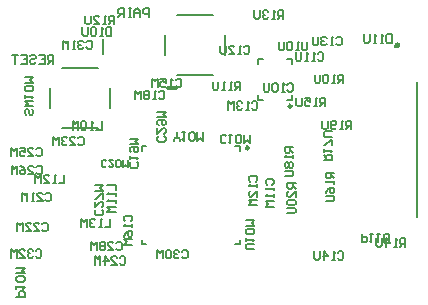
<source format=gbo>
G04 Layer_Color=32896*
%FSLAX25Y25*%
%MOIN*%
G70*
G01*
G75*
%ADD13C,0.01181*%
%ADD15C,0.00591*%
%ADD64C,0.01969*%
%ADD67C,0.00787*%
%ADD117C,0.00984*%
%ADD118C,0.00800*%
%ADD119C,0.00551*%
D13*
X113651Y60320D02*
X116309D01*
D15*
X97573Y3674D02*
X98032Y4133D01*
X98950D01*
X99410Y3674D01*
Y1837D01*
X98950Y1378D01*
X98032D01*
X97573Y1837D01*
X94818Y1378D02*
X96654D01*
X94818Y3215D01*
Y3674D01*
X95277Y4133D01*
X96195D01*
X96654Y3674D01*
X92522Y1378D02*
Y4133D01*
X93899Y2756D01*
X92063D01*
X91144Y1378D02*
Y4133D01*
X90226Y3215D01*
X89308Y4133D01*
Y1378D01*
X86451Y75623D02*
X86910Y76082D01*
X87828D01*
X88287Y75623D01*
Y73786D01*
X87828Y73327D01*
X86910D01*
X86451Y73786D01*
X85532Y75623D02*
X85073Y76082D01*
X84155D01*
X83696Y75623D01*
Y75164D01*
X84155Y74704D01*
X84614D01*
X84155D01*
X83696Y74245D01*
Y73786D01*
X84155Y73327D01*
X85073D01*
X85532Y73786D01*
X82777Y73327D02*
X81859D01*
X82318D01*
Y76082D01*
X82777Y75623D01*
X80481Y73327D02*
Y76082D01*
X79563Y75164D01*
X78645Y76082D01*
Y73327D01*
X152067Y83366D02*
Y86121D01*
X150689D01*
X150230Y85662D01*
Y84744D01*
X150689Y84285D01*
X152067D01*
X151149D02*
X150230Y83366D01*
X149312D02*
X148394D01*
X148853D01*
Y86121D01*
X149312Y85662D01*
X147016D02*
X146557Y86121D01*
X145639D01*
X145179Y85662D01*
Y85203D01*
X145639Y84744D01*
X146098D01*
X145639D01*
X145179Y84285D01*
Y83825D01*
X145639Y83366D01*
X146557D01*
X147016Y83825D01*
X144261Y86121D02*
Y83825D01*
X143802Y83366D01*
X142884D01*
X142424Y83825D01*
Y86121D01*
X95743Y81574D02*
Y84329D01*
X94366D01*
X93906Y83869D01*
Y82951D01*
X94366Y82492D01*
X95743D01*
X94825D02*
X93906Y81574D01*
X92988D02*
X92070D01*
X92529D01*
Y84329D01*
X92988Y83869D01*
X88856Y81574D02*
X90692D01*
X88856Y83410D01*
Y83869D01*
X89315Y84329D01*
X90233D01*
X90692Y83869D01*
X87937Y84329D02*
Y82033D01*
X87478Y81574D01*
X86560D01*
X86101Y82033D01*
Y84329D01*
X94784Y80511D02*
Y77756D01*
X93406D01*
X92947Y78215D01*
Y80052D01*
X93406Y80511D01*
X94784D01*
X92028Y77756D02*
X91110D01*
X91569D01*
Y80511D01*
X92028Y80052D01*
X89733D02*
X89273Y80511D01*
X88355D01*
X87896Y80052D01*
Y78215D01*
X88355Y77756D01*
X89273D01*
X89733Y78215D01*
Y80052D01*
X86978Y80511D02*
Y78215D01*
X86518Y77756D01*
X85600D01*
X85141Y78215D01*
Y80511D01*
X170211Y5347D02*
X170670Y5806D01*
X171588D01*
X172047Y5347D01*
Y3510D01*
X171588Y3051D01*
X170670D01*
X170211Y3510D01*
X169292Y3051D02*
X168374D01*
X168833D01*
Y5806D01*
X169292Y5347D01*
X165619Y3051D02*
Y5806D01*
X166996Y4429D01*
X165160D01*
X164241Y5806D02*
Y3510D01*
X163782Y3051D01*
X162864D01*
X162405Y3510D01*
Y5806D01*
X169718Y76902D02*
X170178Y77361D01*
X171096D01*
X171555Y76902D01*
Y75065D01*
X171096Y74606D01*
X170178D01*
X169718Y75065D01*
X168800Y74606D02*
X167882D01*
X168341D01*
Y77361D01*
X168800Y76902D01*
X166504D02*
X166045Y77361D01*
X165127D01*
X164668Y76902D01*
Y76443D01*
X165127Y75984D01*
X165586D01*
X165127D01*
X164668Y75525D01*
Y75065D01*
X165127Y74606D01*
X166045D01*
X166504Y75065D01*
X163749Y77361D02*
Y75065D01*
X163290Y74606D01*
X162372D01*
X161913Y75065D01*
Y77361D01*
X138911Y73949D02*
X139371Y74409D01*
X140289D01*
X140748Y73949D01*
Y72113D01*
X140289Y71653D01*
X139371D01*
X138911Y72113D01*
X137993Y71653D02*
X137075D01*
X137534D01*
Y74409D01*
X137993Y73949D01*
X133861Y71653D02*
X135697D01*
X133861Y73490D01*
Y73949D01*
X134320Y74409D01*
X135238D01*
X135697Y73949D01*
X132942Y74409D02*
Y72113D01*
X132483Y71653D01*
X131565D01*
X131105Y72113D01*
Y74409D01*
X163616Y71686D02*
X164075Y72145D01*
X164994D01*
X165453Y71686D01*
Y69849D01*
X164994Y69390D01*
X164075D01*
X163616Y69849D01*
X162698Y69390D02*
X161779D01*
X162239D01*
Y72145D01*
X162698Y71686D01*
X160402Y69390D02*
X159484D01*
X159943D01*
Y72145D01*
X160402Y71686D01*
X158106Y72145D02*
Y69849D01*
X157647Y69390D01*
X156728D01*
X156269Y69849D01*
Y72145D01*
X153440Y61355D02*
X153900Y61814D01*
X154818D01*
X155277Y61355D01*
Y59518D01*
X154818Y59059D01*
X153900D01*
X153440Y59518D01*
X152522Y59059D02*
X151604D01*
X152063D01*
Y61814D01*
X152522Y61355D01*
X150226D02*
X149767Y61814D01*
X148849D01*
X148389Y61355D01*
Y59518D01*
X148849Y59059D01*
X149767D01*
X150226Y59518D01*
Y61355D01*
X147471Y61814D02*
Y59518D01*
X147012Y59059D01*
X146094D01*
X145634Y59518D01*
Y61814D01*
X156201Y28543D02*
X153446D01*
Y27166D01*
X153905Y26707D01*
X154823D01*
X155282Y27166D01*
Y28543D01*
Y27625D02*
X156201Y26707D01*
Y23952D02*
Y25788D01*
X154364Y23952D01*
X153905D01*
X153446Y24411D01*
Y25329D01*
X153905Y25788D01*
Y23033D02*
X153446Y22574D01*
Y21656D01*
X153905Y21197D01*
X155742D01*
X156201Y21656D01*
Y22574D01*
X155742Y23033D01*
X153905D01*
X153446Y20278D02*
X155742D01*
X156201Y19819D01*
Y18901D01*
X155742Y18442D01*
X153446D01*
X174758Y46543D02*
Y49298D01*
X173381D01*
X172922Y48839D01*
Y47921D01*
X173381Y47462D01*
X174758D01*
X173840D02*
X172922Y46543D01*
X172003D02*
X171085D01*
X171544D01*
Y49298D01*
X172003Y48839D01*
X169708Y47002D02*
X169248Y46543D01*
X168330D01*
X167871Y47002D01*
Y48839D01*
X168330Y49298D01*
X169248D01*
X169708Y48839D01*
Y48380D01*
X169248Y47921D01*
X167871D01*
X166953Y49298D02*
Y47002D01*
X166493Y46543D01*
X165575D01*
X165116Y47002D01*
Y49298D01*
X155315Y40551D02*
X152560D01*
Y39174D01*
X153019Y38715D01*
X153937D01*
X154397Y39174D01*
Y40551D01*
Y39633D02*
X155315Y38715D01*
Y37796D02*
Y36878D01*
Y37337D01*
X152560D01*
X153019Y37796D01*
Y35500D02*
X152560Y35041D01*
Y34123D01*
X153019Y33664D01*
X153478D01*
X153937Y34123D01*
X154397Y33664D01*
X154856D01*
X155315Y34123D01*
Y35041D01*
X154856Y35500D01*
X154397D01*
X153937Y35041D01*
X153478Y35500D01*
X153019D01*
X153937Y35041D02*
Y34123D01*
X152560Y32745D02*
X154856D01*
X155315Y32286D01*
Y31368D01*
X154856Y30909D01*
X152560D01*
X165551Y36122D02*
X168306D01*
Y37500D01*
X167847Y37959D01*
X166929D01*
X166470Y37500D01*
Y36122D01*
Y37040D02*
X165551Y37959D01*
Y38877D02*
Y39795D01*
Y39336D01*
X168306D01*
X167847Y38877D01*
X168306Y41173D02*
Y43010D01*
X167847D01*
X166010Y41173D01*
X165551D01*
X168306Y43928D02*
X166010D01*
X165551Y44387D01*
Y45305D01*
X166010Y45765D01*
X168306D01*
X168996Y32087D02*
X166241D01*
Y30709D01*
X166700Y30250D01*
X167619D01*
X168078Y30709D01*
Y32087D01*
Y31168D02*
X168996Y30250D01*
Y29332D02*
Y28413D01*
Y28872D01*
X166241D01*
X166700Y29332D01*
X166241Y25199D02*
X166700Y26117D01*
X167619Y27036D01*
X168537D01*
X168996Y26577D01*
Y25658D01*
X168537Y25199D01*
X168078D01*
X167619Y25658D01*
Y27036D01*
X166241Y24281D02*
X168537D01*
X168996Y23821D01*
Y22903D01*
X168537Y22444D01*
X166241D01*
X166093Y54282D02*
Y57037D01*
X164715D01*
X164256Y56577D01*
Y55659D01*
X164715Y55200D01*
X166093D01*
X165174D02*
X164256Y54282D01*
X163338D02*
X162419D01*
X162878D01*
Y57037D01*
X163338Y56577D01*
X159205Y57037D02*
X161042D01*
Y55659D01*
X160123Y56118D01*
X159664D01*
X159205Y55659D01*
Y54741D01*
X159664Y54282D01*
X160582D01*
X161042Y54741D01*
X158287Y57037D02*
Y54741D01*
X157827Y54282D01*
X156909D01*
X156450Y54741D01*
Y57037D01*
X192717Y7382D02*
Y10137D01*
X191339D01*
X190880Y9678D01*
Y8759D01*
X191339Y8300D01*
X192717D01*
X191798D02*
X190880Y7382D01*
X189962D02*
X189043D01*
X189502D01*
Y10137D01*
X189962Y9678D01*
X186288Y7382D02*
Y10137D01*
X187666Y8759D01*
X185829D01*
X184911Y10137D02*
Y7841D01*
X184451Y7382D01*
X183533D01*
X183074Y7841D01*
Y10137D01*
X137795Y59646D02*
Y62401D01*
X136418D01*
X135959Y61941D01*
Y61023D01*
X136418Y60564D01*
X137795D01*
X136877D02*
X135959Y59646D01*
X135040D02*
X134122D01*
X134581D01*
Y62401D01*
X135040Y61941D01*
X132744Y59646D02*
X131826D01*
X132285D01*
Y62401D01*
X132744Y61941D01*
X130449Y62401D02*
Y60105D01*
X129989Y59646D01*
X129071D01*
X128612Y60105D01*
Y62401D01*
X172146Y62008D02*
Y64763D01*
X170768D01*
X170309Y64304D01*
Y63385D01*
X170768Y62926D01*
X172146D01*
X171227D02*
X170309Y62008D01*
X169391D02*
X168472D01*
X168931D01*
Y64763D01*
X169391Y64304D01*
X167095D02*
X166636Y64763D01*
X165717D01*
X165258Y64304D01*
Y62467D01*
X165717Y62008D01*
X166636D01*
X167095Y62467D01*
Y64304D01*
X164340Y64763D02*
Y62467D01*
X163881Y62008D01*
X162962D01*
X162503Y62467D01*
Y64763D01*
X160138Y75688D02*
Y73392D01*
X159679Y72933D01*
X158760D01*
X158301Y73392D01*
Y75688D01*
X157383Y72933D02*
X156464D01*
X156924D01*
Y75688D01*
X157383Y75229D01*
X155087D02*
X154628Y75688D01*
X153709D01*
X153250Y75229D01*
Y73392D01*
X153709Y72933D01*
X154628D01*
X155087Y73392D01*
Y75229D01*
X152332Y75688D02*
Y73392D01*
X151873Y72933D01*
X150954D01*
X150495Y73392D01*
Y75688D01*
X178248Y11614D02*
Y8859D01*
X179625D01*
X180085Y9318D01*
Y10237D01*
X179625Y10696D01*
X178248D01*
X181003Y11614D02*
X181921D01*
X181462D01*
Y8859D01*
X181003Y9318D01*
X183299Y11614D02*
X184217D01*
X183758D01*
Y8859D01*
X183299Y9318D01*
X185595Y8859D02*
Y11155D01*
X186054Y11614D01*
X186972D01*
X187431Y11155D01*
Y8859D01*
X188189Y78149D02*
Y75394D01*
X186811D01*
X186352Y75853D01*
Y77689D01*
X186811Y78149D01*
X188189D01*
X185434Y75394D02*
X184516D01*
X184975D01*
Y78149D01*
X185434Y77689D01*
X183138Y75394D02*
X182220D01*
X182679D01*
Y78149D01*
X183138Y77689D01*
X180842Y78149D02*
Y75853D01*
X180383Y75394D01*
X179465D01*
X179006Y75853D01*
Y78149D01*
X133037Y42389D02*
X132578Y41930D01*
X131660D01*
X131201Y42389D01*
Y44226D01*
X131660Y44685D01*
X132578D01*
X133037Y44226D01*
X133956Y44685D02*
X134874D01*
X134415D01*
Y41930D01*
X133956Y42389D01*
X136252D02*
X136711Y41930D01*
X137629D01*
X138088Y42389D01*
Y44226D01*
X137629Y44685D01*
X136711D01*
X136252Y44226D01*
Y42389D01*
X139007Y44685D02*
Y41930D01*
X139925Y42848D01*
X140843Y41930D01*
Y44685D01*
X146622Y27986D02*
X146162Y28445D01*
Y29364D01*
X146622Y29823D01*
X148458D01*
X148917Y29364D01*
Y28445D01*
X148458Y27986D01*
X148917Y27068D02*
Y26149D01*
Y26609D01*
X146162D01*
X146622Y27068D01*
X148917Y24772D02*
Y23854D01*
Y24313D01*
X146162D01*
X146622Y24772D01*
X148917Y22476D02*
X146162D01*
X147081Y21558D01*
X146162Y20639D01*
X148917D01*
X141003Y29061D02*
X140544Y29520D01*
Y30438D01*
X141003Y30898D01*
X142840D01*
X143299Y30438D01*
Y29520D01*
X142840Y29061D01*
X143299Y28143D02*
Y27224D01*
Y27683D01*
X140544D01*
X141003Y28143D01*
X143299Y24010D02*
Y25847D01*
X141463Y24010D01*
X141003D01*
X140544Y24469D01*
Y25388D01*
X141003Y25847D01*
X143299Y23092D02*
X140544D01*
X141463Y22173D01*
X140544Y21255D01*
X143299D01*
X141569Y55347D02*
X142028Y55806D01*
X142946D01*
X143405Y55347D01*
Y53510D01*
X142946Y53051D01*
X142028D01*
X141569Y53510D01*
X140650Y53051D02*
X139732D01*
X140191D01*
Y55806D01*
X140650Y55347D01*
X138355D02*
X137896Y55806D01*
X136977D01*
X136518Y55347D01*
Y54888D01*
X136977Y54429D01*
X137436D01*
X136977D01*
X136518Y53970D01*
Y53510D01*
X136977Y53051D01*
X137896D01*
X138355Y53510D01*
X135600Y53051D02*
Y55806D01*
X134681Y54888D01*
X133763Y55806D01*
Y53051D01*
X116175Y62926D02*
X116634Y63385D01*
X117553D01*
X118012Y62926D01*
Y61089D01*
X117553Y60630D01*
X116634D01*
X116175Y61089D01*
X115257Y60630D02*
X114338D01*
X114798D01*
Y63385D01*
X115257Y62926D01*
X111124Y63385D02*
X112961D01*
Y62007D01*
X112043Y62467D01*
X111583D01*
X111124Y62007D01*
Y61089D01*
X111583Y60630D01*
X112502D01*
X112961Y61089D01*
X110206Y60630D02*
Y63385D01*
X109288Y62467D01*
X108369Y63385D01*
Y60630D01*
X99377Y15781D02*
X98918Y16241D01*
Y17159D01*
X99377Y17618D01*
X101214D01*
X101673Y17159D01*
Y16241D01*
X101214Y15781D01*
X101673Y14863D02*
Y13945D01*
Y14404D01*
X98918D01*
X99377Y14863D01*
X98918Y10731D02*
X99377Y11649D01*
X100296Y12567D01*
X101214D01*
X101673Y12108D01*
Y11190D01*
X101214Y10731D01*
X100755D01*
X100296Y11190D01*
Y12567D01*
X101673Y9812D02*
X98918D01*
X99836Y8894D01*
X98918Y7976D01*
X101673D01*
X110565Y58890D02*
X111024Y59350D01*
X111942D01*
X112402Y58890D01*
Y57054D01*
X111942Y56595D01*
X111024D01*
X110565Y57054D01*
X109647Y56595D02*
X108728D01*
X109187D01*
Y59350D01*
X109647Y58890D01*
X107351D02*
X106892Y59350D01*
X105973D01*
X105514Y58890D01*
Y58431D01*
X105973Y57972D01*
X105514Y57513D01*
Y57054D01*
X105973Y56595D01*
X106892D01*
X107351Y57054D01*
Y57513D01*
X106892Y57972D01*
X107351Y58431D01*
Y58890D01*
X106892Y57972D02*
X105973D01*
X104596Y56595D02*
Y59350D01*
X103677Y58431D01*
X102759Y59350D01*
Y56595D01*
X103182Y35596D02*
X103641Y35137D01*
Y34219D01*
X103182Y33760D01*
X101345D01*
X100886Y34219D01*
Y35137D01*
X101345Y35596D01*
X100886Y36515D02*
Y37433D01*
Y36974D01*
X103641D01*
X103182Y36515D01*
X101345Y38811D02*
X100886Y39270D01*
Y40188D01*
X101345Y40647D01*
X103182D01*
X103641Y40188D01*
Y39270D01*
X103182Y38811D01*
X102723D01*
X102263Y39270D01*
Y40647D01*
X100886Y41566D02*
X103641D01*
X102723Y42484D01*
X103641Y43402D01*
X100886D01*
X72770Y24934D02*
X73229Y25393D01*
X74147D01*
X74606Y24934D01*
Y23097D01*
X74147Y22638D01*
X73229D01*
X72770Y23097D01*
X70015Y22638D02*
X71851D01*
X70015Y24475D01*
Y24934D01*
X70474Y25393D01*
X71392D01*
X71851Y24934D01*
X69096Y22638D02*
X68178D01*
X68637D01*
Y25393D01*
X69096Y24934D01*
X66800Y22638D02*
Y25393D01*
X65882Y24475D01*
X64964Y25393D01*
Y22638D01*
X71687Y14894D02*
X72146Y15353D01*
X73064D01*
X73524Y14894D01*
Y13058D01*
X73064Y12598D01*
X72146D01*
X71687Y13058D01*
X68932Y12598D02*
X70769D01*
X68932Y14435D01*
Y14894D01*
X69391Y15353D01*
X70309D01*
X70769Y14894D01*
X66177Y12598D02*
X68014D01*
X66177Y14435D01*
Y14894D01*
X66636Y15353D01*
X67554D01*
X68014Y14894D01*
X65259Y12598D02*
Y15353D01*
X64340Y14435D01*
X63422Y15353D01*
Y12598D01*
X83695Y43438D02*
X84154Y43897D01*
X85072D01*
X85532Y43438D01*
Y41601D01*
X85072Y41142D01*
X84154D01*
X83695Y41601D01*
X80940Y41142D02*
X82776D01*
X80940Y42978D01*
Y43438D01*
X81399Y43897D01*
X82317D01*
X82776Y43438D01*
X80022D02*
X79562Y43897D01*
X78644D01*
X78185Y43438D01*
Y42978D01*
X78644Y42519D01*
X79103D01*
X78644D01*
X78185Y42060D01*
Y41601D01*
X78644Y41142D01*
X79562D01*
X80022Y41601D01*
X77266Y41142D02*
Y43897D01*
X76348Y42978D01*
X75430Y43897D01*
Y41142D01*
X69620Y6036D02*
X70079Y6495D01*
X70998D01*
X71457Y6036D01*
Y4199D01*
X70998Y3740D01*
X70079D01*
X69620Y4199D01*
X68702Y6036D02*
X68243Y6495D01*
X67324D01*
X66865Y6036D01*
Y5577D01*
X67324Y5118D01*
X67783D01*
X67324D01*
X66865Y4659D01*
Y4199D01*
X67324Y3740D01*
X68243D01*
X68702Y4199D01*
X64110Y3740D02*
X65947D01*
X64110Y5577D01*
Y6036D01*
X64569Y6495D01*
X65487D01*
X65947Y6036D01*
X63192Y3740D02*
Y6495D01*
X62273Y5577D01*
X61355Y6495D01*
Y3740D01*
X69718Y39796D02*
X70178Y40255D01*
X71096D01*
X71555Y39796D01*
Y37959D01*
X71096Y37500D01*
X70178D01*
X69718Y37959D01*
X66963Y37500D02*
X68800D01*
X66963Y39337D01*
Y39796D01*
X67423Y40255D01*
X68341D01*
X68800Y39796D01*
X64208Y40255D02*
X66045D01*
Y38877D01*
X65127Y39337D01*
X64668D01*
X64208Y38877D01*
Y37959D01*
X64668Y37500D01*
X65586D01*
X66045Y37959D01*
X63290Y37500D02*
Y40255D01*
X62372Y39337D01*
X61453Y40255D01*
Y37500D01*
X69817Y33890D02*
X70276Y34350D01*
X71194D01*
X71653Y33890D01*
Y32054D01*
X71194Y31594D01*
X70276D01*
X69817Y32054D01*
X67062Y31594D02*
X68898D01*
X67062Y33431D01*
Y33890D01*
X67521Y34350D01*
X68439D01*
X68898Y33890D01*
X64307Y34350D02*
X65225Y33890D01*
X66144Y32972D01*
Y32054D01*
X65684Y31594D01*
X64766D01*
X64307Y32054D01*
Y32513D01*
X64766Y32972D01*
X66144D01*
X63389Y31594D02*
Y34350D01*
X62470Y33431D01*
X61552Y34350D01*
Y31594D01*
X91545Y19647D02*
X92004Y19188D01*
Y18270D01*
X91545Y17810D01*
X89708D01*
X89249Y18270D01*
Y19188D01*
X89708Y19647D01*
X89249Y22402D02*
Y20565D01*
X91085Y22402D01*
X91545D01*
X92004Y21943D01*
Y21025D01*
X91545Y20565D01*
X92004Y23320D02*
Y25157D01*
X91545D01*
X89708Y23320D01*
X89249D01*
Y26076D02*
X92004D01*
X91085Y26994D01*
X92004Y27912D01*
X89249D01*
X96392Y8497D02*
X96851Y8956D01*
X97769D01*
X98228Y8497D01*
Y6660D01*
X97769Y6201D01*
X96851D01*
X96392Y6660D01*
X93637Y6201D02*
X95473D01*
X93637Y8038D01*
Y8497D01*
X94096Y8956D01*
X95014D01*
X95473Y8497D01*
X92718D02*
X92259Y8956D01*
X91341D01*
X90882Y8497D01*
Y8038D01*
X91341Y7578D01*
X90882Y7119D01*
Y6660D01*
X91341Y6201D01*
X92259D01*
X92718Y6660D01*
Y7119D01*
X92259Y7578D01*
X92718Y8038D01*
Y8497D01*
X92259Y7578D02*
X91341D01*
X89963Y6201D02*
Y8956D01*
X89045Y8038D01*
X88127Y8956D01*
Y6201D01*
X112434Y44159D02*
X112893Y43700D01*
Y42782D01*
X112434Y42323D01*
X110597D01*
X110138Y42782D01*
Y43700D01*
X110597Y44159D01*
X110138Y46914D02*
Y45078D01*
X111975Y46914D01*
X112434D01*
X112893Y46455D01*
Y45537D01*
X112434Y45078D01*
X110597Y47833D02*
X110138Y48292D01*
Y49210D01*
X110597Y49670D01*
X112434D01*
X112893Y49210D01*
Y48292D01*
X112434Y47833D01*
X111975D01*
X111515Y48292D01*
Y49670D01*
X110138Y50588D02*
X112893D01*
X111975Y51506D01*
X112893Y52425D01*
X110138D01*
X118341Y5741D02*
X118800Y6200D01*
X119718D01*
X120177Y5741D01*
Y3904D01*
X119718Y3445D01*
X118800D01*
X118341Y3904D01*
X117422Y5741D02*
X116963Y6200D01*
X116045D01*
X115585Y5741D01*
Y5282D01*
X116045Y4822D01*
X116504D01*
X116045D01*
X115585Y4363D01*
Y3904D01*
X116045Y3445D01*
X116963D01*
X117422Y3904D01*
X114667Y5741D02*
X114208Y6200D01*
X113290D01*
X112830Y5741D01*
Y3904D01*
X113290Y3445D01*
X114208D01*
X114667Y3904D01*
Y5741D01*
X111912Y3445D02*
Y6200D01*
X110994Y5282D01*
X110075Y6200D01*
Y3445D01*
X91535Y49113D02*
Y46358D01*
X89699D01*
X88780D02*
X87862D01*
X88321D01*
Y49113D01*
X88780Y48654D01*
X86485D02*
X86025Y49113D01*
X85107D01*
X84648Y48654D01*
Y46817D01*
X85107Y46358D01*
X86025D01*
X86485Y46817D01*
Y48654D01*
X83729Y46358D02*
Y49113D01*
X82811Y48195D01*
X81893Y49113D01*
Y46358D01*
X93406Y28051D02*
X96161D01*
Y26215D01*
Y25296D02*
Y24378D01*
Y24837D01*
X93406D01*
X93866Y25296D01*
X96161Y23000D02*
Y22082D01*
Y22541D01*
X93406D01*
X93866Y23000D01*
X96161Y20705D02*
X93406D01*
X94325Y19786D01*
X93406Y18868D01*
X96161D01*
X79134Y31298D02*
Y28543D01*
X77297D01*
X76379D02*
X75460D01*
X75920D01*
Y31298D01*
X76379Y30839D01*
X72246Y28543D02*
X74083D01*
X72246Y30380D01*
Y30839D01*
X72706Y31298D01*
X73624D01*
X74083Y30839D01*
X71328Y28543D02*
Y31298D01*
X70410Y30380D01*
X69491Y31298D01*
Y28543D01*
X94390Y16633D02*
Y13878D01*
X92553D01*
X91635D02*
X90716D01*
X91176D01*
Y16633D01*
X91635Y16174D01*
X89339D02*
X88880Y16633D01*
X87961D01*
X87502Y16174D01*
Y15715D01*
X87961Y15256D01*
X88421D01*
X87961D01*
X87502Y14796D01*
Y14337D01*
X87961Y13878D01*
X88880D01*
X89339Y14337D01*
X86584Y13878D02*
Y16633D01*
X85666Y15715D01*
X84747Y16633D01*
Y13878D01*
X63110Y-9352D02*
X65865D01*
Y-7974D01*
X65406Y-7515D01*
X64488D01*
X64029Y-7974D01*
Y-9352D01*
X63110Y-6596D02*
Y-5678D01*
Y-6137D01*
X65865D01*
X65406Y-6596D01*
Y-4301D02*
X65865Y-3841D01*
Y-2923D01*
X65406Y-2464D01*
X63569D01*
X63110Y-2923D01*
Y-3841D01*
X63569Y-4301D01*
X65406D01*
X63110Y-1546D02*
X65865D01*
X64947Y-627D01*
X65865Y291D01*
X63110D01*
X68241Y53215D02*
X68700Y52755D01*
Y51837D01*
X68241Y51378D01*
X67782D01*
X67322Y51837D01*
Y52755D01*
X66863Y53215D01*
X66404D01*
X65945Y52755D01*
Y51837D01*
X66404Y51378D01*
X68700Y54133D02*
X65945D01*
X66863Y55051D01*
X65945Y55970D01*
X68700D01*
X65945Y56888D02*
Y57806D01*
Y57347D01*
X68700D01*
X68241Y56888D01*
Y59184D02*
X68700Y59643D01*
Y60561D01*
X68241Y61020D01*
X66404D01*
X65945Y60561D01*
Y59643D01*
X66404Y59184D01*
X68241D01*
X65945Y61939D02*
X68700D01*
X67782Y62857D01*
X68700Y63775D01*
X65945D01*
X142420Y6496D02*
X140124D01*
X139665Y6955D01*
Y7874D01*
X140124Y8333D01*
X142420D01*
X139665Y9251D02*
Y10169D01*
Y9710D01*
X142420D01*
X141961Y9251D01*
Y11547D02*
X142420Y12006D01*
Y12924D01*
X141961Y13384D01*
X140124D01*
X139665Y12924D01*
Y12006D01*
X140124Y11547D01*
X141961D01*
X139665Y14302D02*
X142420D01*
X141502Y15220D01*
X142420Y16139D01*
X139665D01*
X115685Y42689D02*
Y43148D01*
X116603Y44066D01*
X117522Y43148D01*
Y42689D01*
X116603Y44066D02*
Y45444D01*
X118440D02*
X119358D01*
X118899D01*
Y42689D01*
X118440Y43148D01*
X120736D02*
X121195Y42689D01*
X122113D01*
X122573Y43148D01*
Y44984D01*
X122113Y45444D01*
X121195D01*
X120736Y44984D01*
Y43148D01*
X123491Y45444D02*
Y42689D01*
X124409Y43607D01*
X125328Y42689D01*
Y45444D01*
X107382Y83858D02*
Y86810D01*
X105906D01*
X105414Y86318D01*
Y85334D01*
X105906Y84842D01*
X107382D01*
X104430Y83858D02*
Y85826D01*
X103446Y86810D01*
X102462Y85826D01*
Y83858D01*
Y85334D01*
X104430D01*
X101478Y86810D02*
X100494D01*
X100986D01*
Y83858D01*
X101478D01*
X100494D01*
X99018D02*
Y86810D01*
X97543D01*
X97051Y86318D01*
Y85334D01*
X97543Y84842D01*
X99018D01*
X98035D02*
X97051Y83858D01*
X75492Y68405D02*
Y71357D01*
X74016D01*
X73524Y70865D01*
Y69881D01*
X74016Y69389D01*
X75492D01*
X74508D02*
X73524Y68405D01*
X70573Y71357D02*
X72540D01*
Y68405D01*
X70573D01*
X72540Y69881D02*
X71556D01*
X67621Y70865D02*
X68113Y71357D01*
X69096D01*
X69589Y70865D01*
Y70373D01*
X69096Y69881D01*
X68113D01*
X67621Y69389D01*
Y68897D01*
X68113Y68405D01*
X69096D01*
X69589Y68897D01*
X64669Y71357D02*
X66637D01*
Y68405D01*
X64669D01*
X66637Y69881D02*
X65653D01*
X63685Y71357D02*
X61717D01*
X62701D01*
Y68405D01*
D64*
X190157Y74508D02*
G03*
X190157Y74508I-197J0D01*
G01*
D67*
X92002Y71438D02*
Y76556D01*
X137533Y39385D02*
Y40861D01*
X136057D02*
X137533D01*
X104856D02*
X106332D01*
X104856Y39385D02*
Y40861D01*
Y8184D02*
Y9660D01*
Y8184D02*
X106332D01*
X137533D02*
Y9660D01*
X136057Y8184D02*
X137533D01*
X153445Y56398D02*
X155118D01*
Y58071D01*
X153445Y69784D02*
X155118Y69784D01*
X155118Y68110D01*
X143701Y69784D02*
X145374Y69784D01*
X143701Y68110D02*
X143701Y69784D01*
Y56398D02*
X145374Y56398D01*
X143701Y56398D02*
X143701Y58071D01*
X196555Y17224D02*
Y62106D01*
D117*
X140584Y40270D02*
G03*
X140584Y40270I-492J0D01*
G01*
X154823Y54232D02*
G03*
X154823Y54232I-492J0D01*
G01*
D118*
X132741Y71144D02*
Y77837D01*
X112663Y71144D02*
X112663Y77837D01*
X116600Y64451D02*
X128804Y64451D01*
X116600Y84530D02*
X128804D01*
X94365Y53629D02*
Y60322D01*
X74287Y53629D02*
X74287Y60322D01*
X78224Y46936D02*
X90428Y46936D01*
X78224Y67015D02*
X90428D01*
D119*
X93110Y34351D02*
X92716Y33957D01*
X91929D01*
X91535Y34351D01*
Y35925D01*
X91929Y36319D01*
X92716D01*
X93110Y35925D01*
X95471Y36319D02*
X93897D01*
X95471Y34745D01*
Y34351D01*
X95078Y33957D01*
X94290D01*
X93897Y34351D01*
X96258D02*
X96652Y33957D01*
X97439D01*
X97833Y34351D01*
Y35925D01*
X97439Y36319D01*
X96652D01*
X96258Y35925D01*
Y34351D01*
X98620Y36319D02*
Y33957D01*
X99407Y34745D01*
X100194Y33957D01*
Y36319D01*
M02*

</source>
